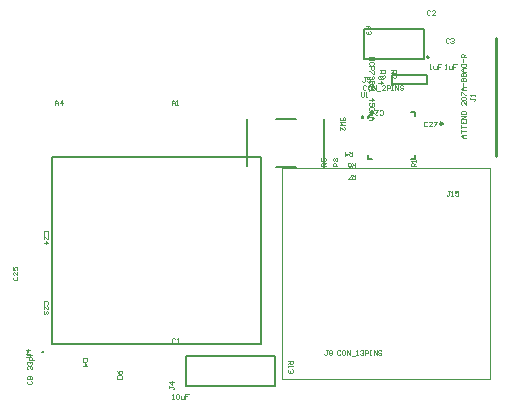
<source format=gto>
%FSLAX44Y44*%
%MOMM*%
G71*
G01*
G75*
G04 Layer_Color=65535*
G04:AMPARAMS|DCode=10|XSize=0.7mm|YSize=2.5mm|CornerRadius=0.175mm|HoleSize=0mm|Usage=FLASHONLY|Rotation=0.000|XOffset=0mm|YOffset=0mm|HoleType=Round|Shape=RoundedRectangle|*
%AMROUNDEDRECTD10*
21,1,0.7000,2.1500,0,0,0.0*
21,1,0.3500,2.5000,0,0,0.0*
1,1,0.3500,0.1750,-1.0750*
1,1,0.3500,-0.1750,-1.0750*
1,1,0.3500,-0.1750,1.0750*
1,1,0.3500,0.1750,1.0750*
%
%ADD10ROUNDEDRECTD10*%
G04:AMPARAMS|DCode=11|XSize=0.67mm|YSize=0.67mm|CornerRadius=0.1508mm|HoleSize=0mm|Usage=FLASHONLY|Rotation=90.000|XOffset=0mm|YOffset=0mm|HoleType=Round|Shape=RoundedRectangle|*
%AMROUNDEDRECTD11*
21,1,0.6700,0.3685,0,0,90.0*
21,1,0.3685,0.6700,0,0,90.0*
1,1,0.3015,0.1843,0.1843*
1,1,0.3015,0.1843,-0.1843*
1,1,0.3015,-0.1843,-0.1843*
1,1,0.3015,-0.1843,0.1843*
%
%ADD11ROUNDEDRECTD11*%
G04:AMPARAMS|DCode=12|XSize=0.67mm|YSize=0.67mm|CornerRadius=0.1508mm|HoleSize=0mm|Usage=FLASHONLY|Rotation=180.000|XOffset=0mm|YOffset=0mm|HoleType=Round|Shape=RoundedRectangle|*
%AMROUNDEDRECTD12*
21,1,0.6700,0.3685,0,0,180.0*
21,1,0.3685,0.6700,0,0,180.0*
1,1,0.3015,-0.1843,0.1843*
1,1,0.3015,0.1843,0.1843*
1,1,0.3015,0.1843,-0.1843*
1,1,0.3015,-0.1843,-0.1843*
%
%ADD12ROUNDEDRECTD12*%
G04:AMPARAMS|DCode=13|XSize=0.62mm|YSize=0.62mm|CornerRadius=0.1488mm|HoleSize=0mm|Usage=FLASHONLY|Rotation=270.000|XOffset=0mm|YOffset=0mm|HoleType=Round|Shape=RoundedRectangle|*
%AMROUNDEDRECTD13*
21,1,0.6200,0.3224,0,0,270.0*
21,1,0.3224,0.6200,0,0,270.0*
1,1,0.2976,-0.1612,-0.1612*
1,1,0.2976,-0.1612,0.1612*
1,1,0.2976,0.1612,0.1612*
1,1,0.2976,0.1612,-0.1612*
%
%ADD13ROUNDEDRECTD13*%
%ADD14R,1.4000X0.4000*%
%ADD15R,1.9000X1.8000*%
G04:AMPARAMS|DCode=16|XSize=2.35mm|YSize=1.15mm|CornerRadius=0.3852mm|HoleSize=0mm|Usage=FLASHONLY|Rotation=180.000|XOffset=0mm|YOffset=0mm|HoleType=Round|Shape=RoundedRectangle|*
%AMROUNDEDRECTD16*
21,1,2.3500,0.3795,0,0,180.0*
21,1,1.5795,1.1500,0,0,180.0*
1,1,0.7705,-0.7897,0.1898*
1,1,0.7705,0.7897,0.1898*
1,1,0.7705,0.7897,-0.1898*
1,1,0.7705,-0.7897,-0.1898*
%
%ADD16ROUNDEDRECTD16*%
G04:AMPARAMS|DCode=17|XSize=1.3mm|YSize=1mm|CornerRadius=0.25mm|HoleSize=0mm|Usage=FLASHONLY|Rotation=180.000|XOffset=0mm|YOffset=0mm|HoleType=Round|Shape=RoundedRectangle|*
%AMROUNDEDRECTD17*
21,1,1.3000,0.5000,0,0,180.0*
21,1,0.8000,1.0000,0,0,180.0*
1,1,0.5000,-0.4000,0.2500*
1,1,0.5000,0.4000,0.2500*
1,1,0.5000,0.4000,-0.2500*
1,1,0.5000,-0.4000,-0.2500*
%
%ADD17ROUNDEDRECTD17*%
G04:AMPARAMS|DCode=18|XSize=2.5mm|YSize=1.15mm|CornerRadius=0.3852mm|HoleSize=0mm|Usage=FLASHONLY|Rotation=180.000|XOffset=0mm|YOffset=0mm|HoleType=Round|Shape=RoundedRectangle|*
%AMROUNDEDRECTD18*
21,1,2.5000,0.3795,0,0,180.0*
21,1,1.7295,1.1500,0,0,180.0*
1,1,0.7705,-0.8648,0.1898*
1,1,0.7705,0.8648,0.1898*
1,1,0.7705,0.8648,-0.1898*
1,1,0.7705,-0.8648,-0.1898*
%
%ADD18ROUNDEDRECTD18*%
G04:AMPARAMS|DCode=19|XSize=1.1mm|YSize=0.6mm|CornerRadius=0.201mm|HoleSize=0mm|Usage=FLASHONLY|Rotation=270.000|XOffset=0mm|YOffset=0mm|HoleType=Round|Shape=RoundedRectangle|*
%AMROUNDEDRECTD19*
21,1,1.1000,0.1980,0,0,270.0*
21,1,0.6980,0.6000,0,0,270.0*
1,1,0.4020,-0.0990,-0.3490*
1,1,0.4020,-0.0990,0.3490*
1,1,0.4020,0.0990,0.3490*
1,1,0.4020,0.0990,-0.3490*
%
%ADD19ROUNDEDRECTD19*%
G04:AMPARAMS|DCode=20|XSize=0.62mm|YSize=0.62mm|CornerRadius=0.1488mm|HoleSize=0mm|Usage=FLASHONLY|Rotation=180.000|XOffset=0mm|YOffset=0mm|HoleType=Round|Shape=RoundedRectangle|*
%AMROUNDEDRECTD20*
21,1,0.6200,0.3224,0,0,180.0*
21,1,0.3224,0.6200,0,0,180.0*
1,1,0.2976,-0.1612,0.1612*
1,1,0.2976,0.1612,0.1612*
1,1,0.2976,0.1612,-0.1612*
1,1,0.2976,-0.1612,-0.1612*
%
%ADD20ROUNDEDRECTD20*%
G04:AMPARAMS|DCode=21|XSize=1mm|YSize=2mm|CornerRadius=0.25mm|HoleSize=0mm|Usage=FLASHONLY|Rotation=0.000|XOffset=0mm|YOffset=0mm|HoleType=Round|Shape=RoundedRectangle|*
%AMROUNDEDRECTD21*
21,1,1.0000,1.5000,0,0,0.0*
21,1,0.5000,2.0000,0,0,0.0*
1,1,0.5000,0.2500,-0.7500*
1,1,0.5000,-0.2500,-0.7500*
1,1,0.5000,-0.2500,0.7500*
1,1,0.5000,0.2500,0.7500*
%
%ADD21ROUNDEDRECTD21*%
G04:AMPARAMS|DCode=22|XSize=0.7mm|YSize=1mm|CornerRadius=0.175mm|HoleSize=0mm|Usage=FLASHONLY|Rotation=180.000|XOffset=0mm|YOffset=0mm|HoleType=Round|Shape=RoundedRectangle|*
%AMROUNDEDRECTD22*
21,1,0.7000,0.6500,0,0,180.0*
21,1,0.3500,1.0000,0,0,180.0*
1,1,0.3500,-0.1750,0.3250*
1,1,0.3500,0.1750,0.3250*
1,1,0.3500,0.1750,-0.3250*
1,1,0.3500,-0.1750,-0.3250*
%
%ADD22ROUNDEDRECTD22*%
G04:AMPARAMS|DCode=23|XSize=0.8mm|YSize=1mm|CornerRadius=0.2mm|HoleSize=0mm|Usage=FLASHONLY|Rotation=180.000|XOffset=0mm|YOffset=0mm|HoleType=Round|Shape=RoundedRectangle|*
%AMROUNDEDRECTD23*
21,1,0.8000,0.6000,0,0,180.0*
21,1,0.4000,1.0000,0,0,180.0*
1,1,0.4000,-0.2000,0.3000*
1,1,0.4000,0.2000,0.3000*
1,1,0.4000,0.2000,-0.3000*
1,1,0.4000,-0.2000,-0.3000*
%
%ADD23ROUNDEDRECTD23*%
%ADD24O,0.7000X2.5000*%
%ADD25O,2.5000X0.7000*%
G04:AMPARAMS|DCode=26|XSize=1.2mm|YSize=1.2mm|CornerRadius=0.198mm|HoleSize=0mm|Usage=FLASHONLY|Rotation=180.000|XOffset=0mm|YOffset=0mm|HoleType=Round|Shape=RoundedRectangle|*
%AMROUNDEDRECTD26*
21,1,1.2000,0.8040,0,0,180.0*
21,1,0.8040,1.2000,0,0,180.0*
1,1,0.3960,-0.4020,0.4020*
1,1,0.3960,0.4020,0.4020*
1,1,0.3960,0.4020,-0.4020*
1,1,0.3960,-0.4020,-0.4020*
%
%ADD26ROUNDEDRECTD26*%
G04:AMPARAMS|DCode=27|XSize=1.6mm|YSize=2mm|CornerRadius=0.248mm|HoleSize=0mm|Usage=FLASHONLY|Rotation=90.000|XOffset=0mm|YOffset=0mm|HoleType=Round|Shape=RoundedRectangle|*
%AMROUNDEDRECTD27*
21,1,1.6000,1.5040,0,0,90.0*
21,1,1.1040,2.0000,0,0,90.0*
1,1,0.4960,0.7520,0.5520*
1,1,0.4960,0.7520,-0.5520*
1,1,0.4960,-0.7520,-0.5520*
1,1,0.4960,-0.7520,0.5520*
%
%ADD27ROUNDEDRECTD27*%
%ADD28O,0.3000X0.9000*%
%ADD29O,0.9000X0.3000*%
%ADD30R,2.4000X2.4000*%
%ADD31C,0.5000*%
%ADD32C,0.3000*%
%ADD33C,0.2000*%
%ADD34C,0.4000*%
%ADD35C,0.7000*%
%ADD36C,0.3500*%
%ADD37C,0.6000*%
%ADD38C,0.2500*%
%ADD39C,0.7000*%
G04:AMPARAMS|DCode=40|XSize=1.15mm|YSize=2.1mm|CornerRadius=0.2875mm|HoleSize=0mm|Usage=FLASHONLY|Rotation=90.000|XOffset=0mm|YOffset=0mm|HoleType=Round|Shape=RoundedRectangle|*
%AMROUNDEDRECTD40*
21,1,1.1500,1.5250,0,0,90.0*
21,1,0.5750,2.1000,0,0,90.0*
1,1,0.5750,0.7625,0.2875*
1,1,0.5750,0.7625,-0.2875*
1,1,0.5750,-0.7625,-0.2875*
1,1,0.5750,-0.7625,0.2875*
%
%ADD40ROUNDEDRECTD40*%
%ADD41C,1.8500*%
%ADD42C,0.9000*%
%ADD43C,1.3000*%
%ADD44R,1.3000X1.3000*%
G04:AMPARAMS|DCode=45|XSize=0.7mm|YSize=0.7mm|CornerRadius=0.175mm|HoleSize=0mm|Usage=FLASHONLY|Rotation=270.000|XOffset=0mm|YOffset=0mm|HoleType=Round|Shape=RoundedRectangle|*
%AMROUNDEDRECTD45*
21,1,0.7000,0.3500,0,0,270.0*
21,1,0.3500,0.7000,0,0,270.0*
1,1,0.3500,-0.1750,-0.1750*
1,1,0.3500,-0.1750,0.1750*
1,1,0.3500,0.1750,0.1750*
1,1,0.3500,0.1750,-0.1750*
%
%ADD45ROUNDEDRECTD45*%
G04:AMPARAMS|DCode=46|XSize=1.3mm|YSize=1.3mm|CornerRadius=0.1625mm|HoleSize=0mm|Usage=FLASHONLY|Rotation=180.000|XOffset=0mm|YOffset=0mm|HoleType=Round|Shape=RoundedRectangle|*
%AMROUNDEDRECTD46*
21,1,1.3000,0.9750,0,0,180.0*
21,1,0.9750,1.3000,0,0,180.0*
1,1,0.3250,-0.4875,0.4875*
1,1,0.3250,0.4875,0.4875*
1,1,0.3250,0.4875,-0.4875*
1,1,0.3250,-0.4875,-0.4875*
%
%ADD46ROUNDEDRECTD46*%
%ADD47C,0.8000*%
G04:AMPARAMS|DCode=48|XSize=1mm|YSize=1.2mm|CornerRadius=0.165mm|HoleSize=0mm|Usage=FLASHONLY|Rotation=180.000|XOffset=0mm|YOffset=0mm|HoleType=Round|Shape=RoundedRectangle|*
%AMROUNDEDRECTD48*
21,1,1.0000,0.8700,0,0,180.0*
21,1,0.6700,1.2000,0,0,180.0*
1,1,0.3300,-0.3350,0.4350*
1,1,0.3300,0.3350,0.4350*
1,1,0.3300,0.3350,-0.4350*
1,1,0.3300,-0.3350,-0.4350*
%
%ADD48ROUNDEDRECTD48*%
G04:AMPARAMS|DCode=49|XSize=1.6mm|YSize=1.3mm|CornerRadius=0.2015mm|HoleSize=0mm|Usage=FLASHONLY|Rotation=180.000|XOffset=0mm|YOffset=0mm|HoleType=Round|Shape=RoundedRectangle|*
%AMROUNDEDRECTD49*
21,1,1.6000,0.8970,0,0,180.0*
21,1,1.1970,1.3000,0,0,180.0*
1,1,0.4030,-0.5985,0.4485*
1,1,0.4030,0.5985,0.4485*
1,1,0.4030,0.5985,-0.4485*
1,1,0.4030,-0.5985,-0.4485*
%
%ADD49ROUNDEDRECTD49*%
G04:AMPARAMS|DCode=50|XSize=3mm|YSize=2mm|CornerRadius=0.67mm|HoleSize=0mm|Usage=FLASHONLY|Rotation=180.000|XOffset=0mm|YOffset=0mm|HoleType=Round|Shape=RoundedRectangle|*
%AMROUNDEDRECTD50*
21,1,3.0000,0.6600,0,0,180.0*
21,1,1.6600,2.0000,0,0,180.0*
1,1,1.3400,-0.8300,0.3300*
1,1,1.3400,0.8300,0.3300*
1,1,1.3400,0.8300,-0.3300*
1,1,1.3400,-0.8300,-0.3300*
%
%ADD50ROUNDEDRECTD50*%
G04:AMPARAMS|DCode=51|XSize=2.3mm|YSize=0.9mm|CornerRadius=0.225mm|HoleSize=0mm|Usage=FLASHONLY|Rotation=180.000|XOffset=0mm|YOffset=0mm|HoleType=Round|Shape=RoundedRectangle|*
%AMROUNDEDRECTD51*
21,1,2.3000,0.4500,0,0,180.0*
21,1,1.8500,0.9000,0,0,180.0*
1,1,0.4500,-0.9250,0.2250*
1,1,0.4500,0.9250,0.2250*
1,1,0.4500,0.9250,-0.2250*
1,1,0.4500,-0.9250,-0.2250*
%
%ADD51ROUNDEDRECTD51*%
G04:AMPARAMS|DCode=52|XSize=2.7mm|YSize=1.2mm|CornerRadius=0.21mm|HoleSize=0mm|Usage=FLASHONLY|Rotation=270.000|XOffset=0mm|YOffset=0mm|HoleType=Round|Shape=RoundedRectangle|*
%AMROUNDEDRECTD52*
21,1,2.7000,0.7800,0,0,270.0*
21,1,2.2800,1.2000,0,0,270.0*
1,1,0.4200,-0.3900,-1.1400*
1,1,0.4200,-0.3900,1.1400*
1,1,0.4200,0.3900,1.1400*
1,1,0.4200,0.3900,-1.1400*
%
%ADD52ROUNDEDRECTD52*%
%ADD53C,0.2540*%
%ADD54C,0.1000*%
G36*
X18389Y31284D02*
X18743Y30428D01*
X18389Y29572D01*
X17533Y29218D01*
X16677Y29572D01*
X16323Y30428D01*
X16677Y31284D01*
X17533Y31638D01*
X18389Y31284D01*
D02*
G37*
G36*
X289398Y230148D02*
X289874Y229000D01*
X289398Y227852D01*
X288250Y227376D01*
X287102Y227852D01*
X286626Y229000D01*
X287102Y230148D01*
X288250Y230624D01*
X289398Y230148D01*
D02*
G37*
G36*
X344648Y281148D02*
X345124Y280000D01*
X344648Y278852D01*
X343500Y278376D01*
X342352Y278852D01*
X341876Y280000D01*
X342352Y281148D01*
X343500Y281624D01*
X344648Y281148D01*
D02*
G37*
D33*
X313001Y257503D02*
X342999D01*
Y264497D01*
X313001D02*
X342999D01*
X313001Y257503D02*
Y264497D01*
X289750Y278500D02*
X340750D01*
X289750D02*
Y303500D01*
X340750D01*
Y278500D02*
Y303500D01*
X25250Y37250D02*
X202250D01*
Y195250D01*
X25250D02*
X202250D01*
X25250Y37250D02*
Y195250D01*
X138500Y1500D02*
X214500D01*
X138500D02*
Y26500D01*
X214500D01*
Y1500D02*
Y26500D01*
X215000Y187250D02*
X232001D01*
X215000Y227250D02*
X232001D01*
X256003Y187248D02*
Y227253D01*
X190900Y187450D02*
Y227455D01*
X332750Y230000D02*
Y233500D01*
X329250D02*
X332750D01*
X292750Y193500D02*
Y197000D01*
Y193500D02*
X296250D01*
X329250D02*
X332750D01*
Y197000D01*
X296750Y233000D02*
X298250D01*
X293250Y229500D02*
X296750Y233000D01*
X293250Y228000D02*
Y229500D01*
D38*
X356031Y223500D02*
G03*
X356031Y223500I-1031J0D01*
G01*
D53*
X401000Y196000D02*
Y296000D01*
D54*
X396500Y7750D02*
Y185750D01*
X220500Y7750D02*
X396500D01*
X220500D02*
Y185750D01*
X396500D01*
X291209Y306237D02*
X293875D01*
X295208Y304904D01*
X293875Y303571D01*
X291209D01*
X293208D01*
Y306237D01*
X294541Y302238D02*
X295208Y301572D01*
Y300239D01*
X294541Y299573D01*
X293875D01*
X293208Y300239D01*
Y300905D01*
Y300239D01*
X292542Y299573D01*
X291875D01*
X291209Y300239D01*
Y301572D01*
X291875Y302238D01*
X267097Y187737D02*
X263098D01*
Y189736D01*
X263765Y190403D01*
X265098D01*
X265764Y189736D01*
Y187737D01*
Y189070D02*
X267097Y190403D01*
X263765Y191736D02*
X263098Y192402D01*
Y193735D01*
X263765Y194401D01*
X264431D01*
X265098Y193735D01*
X265764Y194401D01*
X266431D01*
X267097Y193735D01*
Y192402D01*
X266431Y191736D01*
X265764D01*
X265098Y192402D01*
X264431Y191736D01*
X263765D01*
X265098Y192402D02*
Y193735D01*
X282263Y180297D02*
Y176298D01*
X280264D01*
X279597Y176965D01*
Y178298D01*
X280264Y178964D01*
X282263D01*
X280930D02*
X279597Y180297D01*
X278264Y176298D02*
X275599D01*
Y176965D01*
X278264Y179631D01*
Y180297D01*
X282263Y190097D02*
Y186098D01*
X280264D01*
X279597Y186765D01*
Y188098D01*
X280264Y188764D01*
X282263D01*
X280930D02*
X279597Y190097D01*
X275599Y186098D02*
X276931Y186765D01*
X278264Y188098D01*
Y189431D01*
X277598Y190097D01*
X276265D01*
X275599Y189431D01*
Y188764D01*
X276265Y188098D01*
X278264D01*
X257297Y187737D02*
X253298D01*
Y189736D01*
X253965Y190403D01*
X255298D01*
X255964Y189736D01*
Y187737D01*
Y189070D02*
X257297Y190403D01*
X253298Y194401D02*
Y191736D01*
X255298D01*
X254631Y193069D01*
Y193735D01*
X255298Y194401D01*
X256631D01*
X257297Y193735D01*
Y192402D01*
X256631Y191736D01*
X279763Y199947D02*
Y195948D01*
X277764D01*
X277097Y196615D01*
Y197948D01*
X277764Y198614D01*
X279763D01*
X278430D02*
X277097Y199947D01*
X273765D02*
Y195948D01*
X275764Y197948D01*
X273099D01*
X302953Y268813D02*
X306952D01*
Y266814D01*
X306285Y266147D01*
X304952D01*
X304286Y266814D01*
Y268813D01*
Y267480D02*
X302953Y266147D01*
X306285Y264814D02*
X306952Y264148D01*
Y262815D01*
X306285Y262148D01*
X305619D01*
X304952Y262815D01*
Y263481D01*
Y262815D01*
X304286Y262148D01*
X303619D01*
X302953Y262815D01*
Y264148D01*
X303619Y264814D01*
X312703Y268813D02*
X316702D01*
Y266814D01*
X316035Y266147D01*
X314702D01*
X314036Y266814D01*
Y268813D01*
Y267480D02*
X312703Y266147D01*
Y262148D02*
Y264814D01*
X315369Y262148D01*
X316035D01*
X316702Y262815D01*
Y264148D01*
X316035Y264814D01*
X343157Y224631D02*
X342490Y225298D01*
X341157D01*
X340491Y224631D01*
Y221965D01*
X341157Y221299D01*
X342490D01*
X343157Y221965D01*
X347155Y221299D02*
X344490D01*
X347155Y223965D01*
Y224631D01*
X346489Y225298D01*
X345156D01*
X344490Y224631D01*
X348488Y225298D02*
X351154D01*
Y224631D01*
X348488Y221965D01*
Y221299D01*
X302743Y231419D02*
X303410Y230752D01*
X304743D01*
X305409Y231419D01*
Y234084D01*
X304743Y234751D01*
X303410D01*
X302743Y234084D01*
X298745Y234751D02*
X301410D01*
X298745Y232085D01*
Y231419D01*
X299411Y230752D01*
X300744D01*
X301410Y231419D01*
X294746Y230752D02*
X296079Y231419D01*
X297412Y232752D01*
Y234084D01*
X296745Y234751D01*
X295412D01*
X294746Y234084D01*
Y233418D01*
X295412Y232752D01*
X297412D01*
X127019Y-9281D02*
X128352D01*
X127685D01*
Y-5282D01*
X127019Y-5949D01*
X130351D02*
X131018Y-5282D01*
X132351D01*
X133017Y-5949D01*
Y-8615D01*
X132351Y-9281D01*
X131018D01*
X130351Y-8615D01*
Y-5949D01*
X134350Y-6615D02*
Y-8615D01*
X135016Y-9281D01*
X137016D01*
Y-6615D01*
X141014Y-5282D02*
X138349D01*
Y-7282D01*
X139682D01*
X138349D01*
Y-9281D01*
X129685Y41549D02*
X129018Y42216D01*
X127685D01*
X127019Y41549D01*
Y38883D01*
X127685Y38217D01*
X129018D01*
X129685Y38883D01*
X131018Y38217D02*
X132351D01*
X131684D01*
Y42216D01*
X131018Y41549D01*
X345034Y269750D02*
X346367D01*
X345701D01*
Y273748D01*
X345034Y273082D01*
X348367Y272416D02*
Y270416D01*
X349033Y269750D01*
X351032D01*
Y272416D01*
X355031Y273748D02*
X352365D01*
Y271749D01*
X353698D01*
X352365D01*
Y269750D01*
X345685Y318799D02*
X345018Y319466D01*
X343685D01*
X343019Y318799D01*
Y316133D01*
X343685Y315467D01*
X345018D01*
X345685Y316133D01*
X349683Y315467D02*
X347018D01*
X349683Y318133D01*
Y318799D01*
X349017Y319466D01*
X347684D01*
X347018Y318799D01*
X357938Y269750D02*
X359270D01*
X358604D01*
Y273748D01*
X357938Y273082D01*
X361270Y272416D02*
Y270416D01*
X361936Y269750D01*
X363936D01*
Y272416D01*
X367934Y273748D02*
X365268D01*
Y271749D01*
X366601D01*
X365268D01*
Y269750D01*
X361416Y295082D02*
X360749Y295749D01*
X359417D01*
X358750Y295082D01*
Y292416D01*
X359417Y291750D01*
X360749D01*
X361416Y292416D01*
X362749Y295082D02*
X363415Y295749D01*
X364748D01*
X365415Y295082D01*
Y294416D01*
X364748Y293749D01*
X364082D01*
X364748D01*
X365415Y293083D01*
Y292416D01*
X364748Y291750D01*
X363415D01*
X362749Y292416D01*
X5168Y15500D02*
X4501Y16166D01*
Y17499D01*
X5168Y18166D01*
X5834D01*
X6501Y17499D01*
Y16833D01*
Y17499D01*
X7167Y18166D01*
X7834D01*
X8500Y17499D01*
Y16166D01*
X7834Y15500D01*
X5168Y19499D02*
X4501Y20165D01*
Y21498D01*
X5168Y22164D01*
X5834D01*
X6501Y21498D01*
Y20832D01*
Y21498D01*
X7167Y22164D01*
X7834D01*
X8500Y21498D01*
Y20165D01*
X7834Y19499D01*
X9833Y23497D02*
X5834D01*
Y25497D01*
X6501Y26163D01*
X7834D01*
X8500Y25497D01*
Y23497D01*
X4501Y30162D02*
Y27496D01*
X6501D01*
Y28829D01*
Y27496D01*
X8500D01*
X5168Y5666D02*
X4501Y4999D01*
Y3666D01*
X5168Y3000D01*
X7834D01*
X8500Y3666D01*
Y4999D01*
X7834Y5666D01*
X5168Y6999D02*
X4501Y7665D01*
Y8998D01*
X5168Y9664D01*
X5834D01*
X6501Y8998D01*
X7167Y9664D01*
X7834D01*
X8500Y8998D01*
Y7665D01*
X7834Y6999D01*
X7167D01*
X6501Y7665D01*
X5834Y6999D01*
X5168D01*
X6501Y7665D02*
Y8998D01*
X291416Y255332D02*
X290749Y255999D01*
X289416D01*
X288750Y255332D01*
Y252666D01*
X289416Y252000D01*
X290749D01*
X291416Y252666D01*
X294748Y255999D02*
X293415D01*
X292749Y255332D01*
Y252666D01*
X293415Y252000D01*
X294748D01*
X295415Y252666D01*
Y255332D01*
X294748Y255999D01*
X296747Y252000D02*
Y255999D01*
X299413Y252000D01*
Y255999D01*
X300746Y251334D02*
X303412D01*
X307411Y252000D02*
X304745D01*
X307411Y254666D01*
Y255332D01*
X306744Y255999D01*
X305411D01*
X304745Y255332D01*
X308743Y252000D02*
Y255999D01*
X310743D01*
X311409Y255332D01*
Y253999D01*
X310743Y253333D01*
X308743D01*
X312742Y255999D02*
X314075D01*
X313409D01*
Y252000D01*
X312742D01*
X314075D01*
X316074D02*
Y255999D01*
X318740Y252000D01*
Y255999D01*
X322739Y255332D02*
X322072Y255999D01*
X320740D01*
X320073Y255332D01*
Y254666D01*
X320740Y253999D01*
X322072D01*
X322739Y253333D01*
Y252666D01*
X322072Y252000D01*
X320740D01*
X320073Y252666D01*
X290916Y262999D02*
X289583D01*
X290249D01*
Y259667D01*
X289583Y259000D01*
X288916D01*
X288250Y259667D01*
X294914Y262999D02*
X292249D01*
Y260999D01*
X293582Y261666D01*
X294248D01*
X294914Y260999D01*
Y259667D01*
X294248Y259000D01*
X292915D01*
X292249Y259667D01*
X294000Y280000D02*
X297999D01*
X296666Y278667D01*
X297999Y277334D01*
X294000D01*
X297332Y273335D02*
X297999Y274002D01*
Y275335D01*
X297332Y276001D01*
X294666D01*
X294000Y275335D01*
Y274002D01*
X294666Y273335D01*
X294000Y272003D02*
X297999D01*
Y270003D01*
X297332Y269337D01*
X295999D01*
X295333Y270003D01*
Y272003D01*
X297999Y268004D02*
Y265338D01*
X297332D01*
X294666Y268004D01*
X294000D01*
X297332Y264005D02*
X297999Y263339D01*
Y262006D01*
X297332Y261339D01*
X296666D01*
X295999Y262006D01*
Y262672D01*
Y262006D01*
X295333Y261339D01*
X294666D01*
X294000Y262006D01*
Y263339D01*
X294666Y264005D01*
X297332Y260007D02*
X297999Y259340D01*
Y258007D01*
X297332Y257341D01*
X296666D01*
X295999Y258007D01*
X295333Y257341D01*
X294666D01*
X294000Y258007D01*
Y259340D01*
X294666Y260007D01*
X295333D01*
X295999Y259340D01*
X296666Y260007D01*
X297332D01*
X295999Y259340D02*
Y258007D01*
X294000Y256008D02*
Y254675D01*
Y255341D01*
X297999D01*
X297332Y256008D01*
X294000Y252676D02*
Y251343D01*
Y252009D01*
X297999D01*
X297332Y252676D01*
X294000Y243345D02*
X297999D01*
X295999Y245345D01*
Y242679D01*
X297999Y238680D02*
Y241346D01*
X295999D01*
X296666Y240013D01*
Y239347D01*
X295999Y238680D01*
X294666D01*
X294000Y239347D01*
Y240679D01*
X294666Y241346D01*
X297332Y237347D02*
X297999Y236681D01*
Y235348D01*
X297332Y234681D01*
X294666D01*
X294000Y235348D01*
Y236681D01*
X294666Y237347D01*
X297332D01*
X294000Y233349D02*
X296666D01*
Y232682D01*
X295999Y232016D01*
X294000D01*
X295999D01*
X296666Y231349D01*
X295999Y230683D01*
X294000D01*
Y229350D02*
X296666D01*
X297999Y228017D01*
X296666Y226684D01*
X294000D01*
X295999D01*
Y229350D01*
X305699Y264067D02*
X302367D01*
X301700Y263400D01*
Y262067D01*
X302367Y261401D01*
X305699D01*
X301700Y258068D02*
X305699D01*
X303699Y260068D01*
Y257402D01*
X269666Y31082D02*
X268999Y31749D01*
X267666D01*
X267000Y31082D01*
Y28416D01*
X267666Y27750D01*
X268999D01*
X269666Y28416D01*
X272998Y31749D02*
X271665D01*
X270999Y31082D01*
Y28416D01*
X271665Y27750D01*
X272998D01*
X273664Y28416D01*
Y31082D01*
X272998Y31749D01*
X274997Y27750D02*
Y31749D01*
X277663Y27750D01*
Y31749D01*
X278996Y27083D02*
X281662D01*
X282995Y27750D02*
X284328D01*
X283661D01*
Y31749D01*
X282995Y31082D01*
X286327D02*
X286994Y31749D01*
X288326D01*
X288993Y31082D01*
Y30416D01*
X288326Y29749D01*
X287660D01*
X288326D01*
X288993Y29083D01*
Y28416D01*
X288326Y27750D01*
X286994D01*
X286327Y28416D01*
X290326Y27750D02*
Y31749D01*
X292325D01*
X292992Y31082D01*
Y29749D01*
X292325Y29083D01*
X290326D01*
X294324Y31749D02*
X295657D01*
X294991D01*
Y27750D01*
X294324D01*
X295657D01*
X297657D02*
Y31749D01*
X300322Y27750D01*
Y31749D01*
X304321Y31082D02*
X303655Y31749D01*
X302322D01*
X301655Y31082D01*
Y30416D01*
X302322Y29749D01*
X303655D01*
X304321Y29083D01*
Y28416D01*
X303655Y27750D01*
X302322D01*
X301655Y28416D01*
X258666Y31749D02*
X257333D01*
X257999D01*
Y28416D01*
X257333Y27750D01*
X256666D01*
X256000Y28416D01*
X259999Y31082D02*
X260665Y31749D01*
X261998D01*
X262665Y31082D01*
Y30416D01*
X261998Y29749D01*
X262665Y29083D01*
Y28416D01*
X261998Y27750D01*
X260665D01*
X259999Y28416D01*
Y29083D01*
X260665Y29749D01*
X259999Y30416D01*
Y31082D01*
X260665Y29749D02*
X261998D01*
X375700Y211700D02*
X373034D01*
X371701Y213033D01*
X373034Y214366D01*
X375700D01*
X373701D01*
Y211700D01*
X371701Y215699D02*
Y218365D01*
Y217032D01*
X375700D01*
X371701Y219697D02*
Y222363D01*
Y221030D01*
X375700D01*
X371701Y226362D02*
Y223696D01*
X375700D01*
Y226362D01*
X373701Y223696D02*
Y225029D01*
X375700Y227695D02*
X371701D01*
X375700Y230361D01*
X371701D01*
Y231693D02*
X375700D01*
Y233693D01*
X375033Y234359D01*
X372368D01*
X371701Y233693D01*
Y231693D01*
X375700Y242357D02*
Y239691D01*
X373034Y242357D01*
X372368D01*
X371701Y241690D01*
Y240357D01*
X372368Y239691D01*
Y243690D02*
X371701Y244356D01*
Y245689D01*
X372368Y246355D01*
X375033D01*
X375700Y245689D01*
Y244356D01*
X375033Y243690D01*
X372368D01*
X371701Y247688D02*
Y250354D01*
X372368D01*
X375033Y247688D01*
X375700D01*
Y251687D02*
X373034D01*
X371701Y253020D01*
X373034Y254353D01*
X375700D01*
X373701D01*
Y251687D01*
Y255686D02*
Y258351D01*
X371701Y259684D02*
X375700D01*
Y261684D01*
X375033Y262350D01*
X374367D01*
X373701Y261684D01*
Y259684D01*
Y261684D01*
X373034Y262350D01*
X372368D01*
X371701Y261684D01*
Y259684D01*
Y263683D02*
X375700D01*
Y265682D01*
X375033Y266349D01*
X374367D01*
X373701Y265682D01*
Y263683D01*
Y265682D01*
X373034Y266349D01*
X372368D01*
X371701Y265682D01*
Y263683D01*
X375700Y267682D02*
X373034D01*
X371701Y269015D01*
X373034Y270347D01*
X375700D01*
X373701D01*
Y267682D01*
X372368Y271680D02*
X371701Y272347D01*
Y273680D01*
X372368Y274346D01*
X375033D01*
X375700Y273680D01*
Y272347D01*
X375033Y271680D01*
X372368D01*
X373701Y275679D02*
Y278345D01*
X375700Y279678D02*
X371701D01*
Y281677D01*
X372368Y282344D01*
X373701D01*
X374367Y281677D01*
Y279678D01*
Y281011D02*
X375700Y282344D01*
X379601Y245439D02*
Y244106D01*
Y244772D01*
X382934D01*
X383600Y244106D01*
Y243439D01*
X382934Y242773D01*
X383600Y246772D02*
Y248104D01*
Y247438D01*
X379601D01*
X380268Y246772D01*
X225303Y22763D02*
X229302D01*
Y20764D01*
X228635Y20097D01*
X227302D01*
X226636Y20764D01*
Y22763D01*
Y21430D02*
X225303Y20097D01*
Y18764D02*
Y17431D01*
Y18098D01*
X229302D01*
X228635Y18764D01*
Y15432D02*
X229302Y14766D01*
Y13433D01*
X228635Y12766D01*
X227969D01*
X227302Y13433D01*
Y14099D01*
Y13433D01*
X226636Y12766D01*
X225969D01*
X225303Y13433D01*
Y14766D01*
X225969Y15432D01*
X27811Y239395D02*
Y242061D01*
X29144Y243394D01*
X30477Y242061D01*
Y239395D01*
Y241394D01*
X27811D01*
X33809Y239395D02*
Y243394D01*
X31810Y241394D01*
X34476D01*
X21578Y70343D02*
X22245Y71010D01*
Y72343D01*
X21578Y73009D01*
X18912D01*
X18246Y72343D01*
Y71010D01*
X18912Y70343D01*
X18246Y66344D02*
Y69010D01*
X20912Y66344D01*
X21578D01*
X22245Y67011D01*
Y68344D01*
X21578Y69010D01*
Y65012D02*
X22245Y64345D01*
Y63012D01*
X21578Y62346D01*
X20912D01*
X20245Y63012D01*
Y63679D01*
Y63012D01*
X19579Y62346D01*
X18912D01*
X18246Y63012D01*
Y64345D01*
X18912Y65012D01*
X21631Y129593D02*
X22298Y130260D01*
Y131593D01*
X21631Y132259D01*
X18965D01*
X18299Y131593D01*
Y130260D01*
X18965Y129593D01*
X18299Y125595D02*
Y128260D01*
X20965Y125595D01*
X21631D01*
X22298Y126261D01*
Y127594D01*
X21631Y128260D01*
X18299Y122262D02*
X22298D01*
X20298Y124262D01*
Y121596D01*
X-7184Y93907D02*
X-7851Y93240D01*
Y91907D01*
X-7184Y91241D01*
X-4518D01*
X-3852Y91907D01*
Y93240D01*
X-4518Y93907D01*
X-3852Y97906D02*
Y95240D01*
X-6518Y97906D01*
X-7184D01*
X-7851Y97239D01*
Y95906D01*
X-7184Y95240D01*
X-7851Y101904D02*
Y99238D01*
X-5851D01*
X-6518Y100571D01*
Y101238D01*
X-5851Y101904D01*
X-4518D01*
X-3852Y101238D01*
Y99905D01*
X-4518Y99238D01*
X362189Y166638D02*
X360856D01*
X361522D01*
Y163305D01*
X360856Y162639D01*
X360189D01*
X359523Y163305D01*
X363522Y162639D02*
X364855D01*
X364188D01*
Y166638D01*
X363522Y165971D01*
X369520Y166638D02*
X366854D01*
Y164638D01*
X368187Y165305D01*
X368853D01*
X369520Y164638D01*
Y163305D01*
X368853Y162639D01*
X367520D01*
X366854Y163305D01*
X126811Y239395D02*
Y242061D01*
X128144Y243394D01*
X129477Y242061D01*
Y239395D01*
Y241394D01*
X126811D01*
X130810Y239395D02*
X132143D01*
X131476D01*
Y243394D01*
X130810Y242727D01*
X3198Y26207D02*
X6531D01*
X7197Y26873D01*
Y28206D01*
X6531Y28873D01*
X3198D01*
X7197Y32205D02*
X3198D01*
X5198Y30206D01*
Y32871D01*
X55272Y24763D02*
X51273D01*
Y22764D01*
X51939Y22097D01*
X54605D01*
X55272Y22764D01*
Y24763D01*
X51273Y18765D02*
X55272D01*
X53272Y20764D01*
Y18098D01*
X80478Y7737D02*
X84477D01*
Y9736D01*
X83811Y10403D01*
X81145D01*
X80478Y9736D01*
Y7737D01*
Y14402D02*
X81145Y13069D01*
X82478Y11736D01*
X83811D01*
X84477Y12402D01*
Y13735D01*
X83811Y14402D01*
X83144D01*
X82478Y13735D01*
Y11736D01*
X333447Y187487D02*
X329448D01*
Y189486D01*
X330115Y190153D01*
X331448D01*
X332114Y189486D01*
Y187487D01*
Y188820D02*
X333447Y190153D01*
Y191486D02*
Y192819D01*
Y192152D01*
X329448D01*
X330115Y191486D01*
X124622Y1299D02*
Y-34D01*
Y632D01*
X127955D01*
X128621Y-34D01*
Y-701D01*
X127955Y-1367D01*
X128621Y4631D02*
X124622D01*
X126622Y2632D01*
Y5297D01*
X272933Y226301D02*
X273600Y226968D01*
Y228301D01*
X272933Y228967D01*
X272267D01*
X271600Y228301D01*
Y226968D01*
X270934Y226301D01*
X270268D01*
X269601Y226968D01*
Y228301D01*
X270268Y228967D01*
X273600Y224968D02*
X269601D01*
X270934Y223635D01*
X269601Y222302D01*
X273600D01*
X269601Y218304D02*
Y220970D01*
X272267Y218304D01*
X272933D01*
X273600Y218970D01*
Y220303D01*
X272933Y220970D01*
X286969Y250392D02*
Y247059D01*
X287635Y246393D01*
X288968D01*
X289635Y247059D01*
Y250392D01*
X290968Y246393D02*
X292301D01*
X291634D01*
Y250392D01*
X290968Y249725D01*
M02*

</source>
